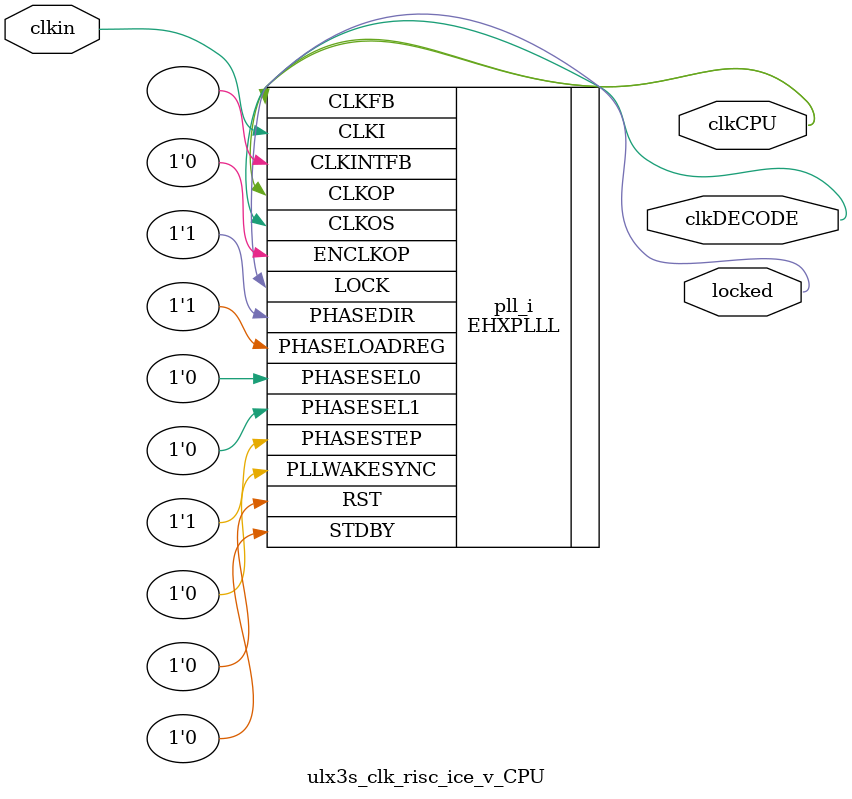
<source format=v>
module ulx3s_clk_risc_ice_v_CPU
(
    input clkin,                // 25 MHz, 0 deg
    output  clkCPU,             // 50 MHz, 0 deg        // SYSTEM CLOCK, cpu, memory, I/O
    output  clkDECODE,          // 100 MHz, 0 deg       // CPU compressed instruction expander
    output  locked
);
(* FREQUENCY_PIN_CLKI="25" *)
(* FREQUENCY_PIN_CLKOP="50" *)
(* FREQUENCY_PIN_CLKOS="25" *)
(* FREQUENCY_PIN_CLKOS2="50" *)
(* FREQUENCY_PIN_CLKOS3="50" *)
(* ICP_CURRENT="12" *) (* LPF_RESISTOR="8" *) (* MFG_ENABLE_FILTEROPAMP="1" *) (* MFG_GMCREF_SEL="2" *)
EHXPLLL #(
        .PLLRST_ENA("DISABLED"),
        .INTFB_WAKE("DISABLED"),
        .STDBY_ENABLE("DISABLED"),
        .DPHASE_SOURCE("DISABLED"),
        .OUTDIVIDER_MUXA("DIVA"),
        .OUTDIVIDER_MUXB("DIVB"),
        .OUTDIVIDER_MUXC("DIVC"),
        .OUTDIVIDER_MUXD("DIVD"),
        .CLKI_DIV(1),
        .CLKOP_ENABLE("ENABLED"),
        .CLKOP_DIV(12),
        .CLKOP_CPHASE(5),
        .CLKOP_FPHASE(0),
        .CLKOS_ENABLE("ENABLED"),
        .CLKOS_DIV(6),
        .CLKOS_CPHASE(5),
        .CLKOS_FPHASE(0),
        .FEEDBK_PATH("CLKOP"),
        .CLKFB_DIV(2)
    ) pll_i (
        .RST(1'b0),
        .STDBY(1'b0),
        .CLKI(clkin),
        .CLKOP(clkCPU),
        .CLKOS(clkDECODE),
        .CLKFB(clkCPU),
        .CLKINTFB(),
        .PHASESEL0(1'b0),
        .PHASESEL1(1'b0),
        .PHASEDIR(1'b1),
        .PHASESTEP(1'b1),
        .PHASELOADREG(1'b1),
        .PLLWAKESYNC(1'b0),
        .ENCLKOP(1'b0),
        .LOCK(locked)
	);
endmodule

</source>
